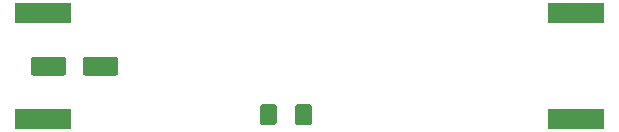
<source format=gbr>
G04 #@! TF.GenerationSoftware,KiCad,Pcbnew,(5.1.5)-3*
G04 #@! TF.CreationDate,2020-02-28T15:02:10-07:00*
G04 #@! TF.ProjectId,Straightener01,53747261-6967-4687-9465-6e657230312e,rev?*
G04 #@! TF.SameCoordinates,Original*
G04 #@! TF.FileFunction,Paste,Bot*
G04 #@! TF.FilePolarity,Positive*
%FSLAX46Y46*%
G04 Gerber Fmt 4.6, Leading zero omitted, Abs format (unit mm)*
G04 Created by KiCad (PCBNEW (5.1.5)-3) date 2020-02-28 15:02:10*
%MOMM*%
%LPD*%
G04 APERTURE LIST*
%ADD10C,0.100000*%
%ADD11R,4.720000X1.670000*%
G04 APERTURE END LIST*
D10*
G36*
X111074504Y-100001204D02*
G01*
X111098773Y-100004804D01*
X111122571Y-100010765D01*
X111145671Y-100019030D01*
X111167849Y-100029520D01*
X111188893Y-100042133D01*
X111208598Y-100056747D01*
X111226777Y-100073223D01*
X111243253Y-100091402D01*
X111257867Y-100111107D01*
X111270480Y-100132151D01*
X111280970Y-100154329D01*
X111289235Y-100177429D01*
X111295196Y-100201227D01*
X111298796Y-100225496D01*
X111300000Y-100250000D01*
X111300000Y-101350000D01*
X111298796Y-101374504D01*
X111295196Y-101398773D01*
X111289235Y-101422571D01*
X111280970Y-101445671D01*
X111270480Y-101467849D01*
X111257867Y-101488893D01*
X111243253Y-101508598D01*
X111226777Y-101526777D01*
X111208598Y-101543253D01*
X111188893Y-101557867D01*
X111167849Y-101570480D01*
X111145671Y-101580970D01*
X111122571Y-101589235D01*
X111098773Y-101595196D01*
X111074504Y-101598796D01*
X111050000Y-101600000D01*
X108550000Y-101600000D01*
X108525496Y-101598796D01*
X108501227Y-101595196D01*
X108477429Y-101589235D01*
X108454329Y-101580970D01*
X108432151Y-101570480D01*
X108411107Y-101557867D01*
X108391402Y-101543253D01*
X108373223Y-101526777D01*
X108356747Y-101508598D01*
X108342133Y-101488893D01*
X108329520Y-101467849D01*
X108319030Y-101445671D01*
X108310765Y-101422571D01*
X108304804Y-101398773D01*
X108301204Y-101374504D01*
X108300000Y-101350000D01*
X108300000Y-100250000D01*
X108301204Y-100225496D01*
X108304804Y-100201227D01*
X108310765Y-100177429D01*
X108319030Y-100154329D01*
X108329520Y-100132151D01*
X108342133Y-100111107D01*
X108356747Y-100091402D01*
X108373223Y-100073223D01*
X108391402Y-100056747D01*
X108411107Y-100042133D01*
X108432151Y-100029520D01*
X108454329Y-100019030D01*
X108477429Y-100010765D01*
X108501227Y-100004804D01*
X108525496Y-100001204D01*
X108550000Y-100000000D01*
X111050000Y-100000000D01*
X111074504Y-100001204D01*
G37*
G36*
X106674504Y-100001204D02*
G01*
X106698773Y-100004804D01*
X106722571Y-100010765D01*
X106745671Y-100019030D01*
X106767849Y-100029520D01*
X106788893Y-100042133D01*
X106808598Y-100056747D01*
X106826777Y-100073223D01*
X106843253Y-100091402D01*
X106857867Y-100111107D01*
X106870480Y-100132151D01*
X106880970Y-100154329D01*
X106889235Y-100177429D01*
X106895196Y-100201227D01*
X106898796Y-100225496D01*
X106900000Y-100250000D01*
X106900000Y-101350000D01*
X106898796Y-101374504D01*
X106895196Y-101398773D01*
X106889235Y-101422571D01*
X106880970Y-101445671D01*
X106870480Y-101467849D01*
X106857867Y-101488893D01*
X106843253Y-101508598D01*
X106826777Y-101526777D01*
X106808598Y-101543253D01*
X106788893Y-101557867D01*
X106767849Y-101570480D01*
X106745671Y-101580970D01*
X106722571Y-101589235D01*
X106698773Y-101595196D01*
X106674504Y-101598796D01*
X106650000Y-101600000D01*
X104150000Y-101600000D01*
X104125496Y-101598796D01*
X104101227Y-101595196D01*
X104077429Y-101589235D01*
X104054329Y-101580970D01*
X104032151Y-101570480D01*
X104011107Y-101557867D01*
X103991402Y-101543253D01*
X103973223Y-101526777D01*
X103956747Y-101508598D01*
X103942133Y-101488893D01*
X103929520Y-101467849D01*
X103919030Y-101445671D01*
X103910765Y-101422571D01*
X103904804Y-101398773D01*
X103901204Y-101374504D01*
X103900000Y-101350000D01*
X103900000Y-100250000D01*
X103901204Y-100225496D01*
X103904804Y-100201227D01*
X103910765Y-100177429D01*
X103919030Y-100154329D01*
X103929520Y-100132151D01*
X103942133Y-100111107D01*
X103956747Y-100091402D01*
X103973223Y-100073223D01*
X103991402Y-100056747D01*
X104011107Y-100042133D01*
X104032151Y-100029520D01*
X104054329Y-100019030D01*
X104077429Y-100010765D01*
X104101227Y-100004804D01*
X104125496Y-100001204D01*
X104150000Y-100000000D01*
X106650000Y-100000000D01*
X106674504Y-100001204D01*
G37*
G36*
X127474504Y-104026204D02*
G01*
X127498773Y-104029804D01*
X127522571Y-104035765D01*
X127545671Y-104044030D01*
X127567849Y-104054520D01*
X127588893Y-104067133D01*
X127608598Y-104081747D01*
X127626777Y-104098223D01*
X127643253Y-104116402D01*
X127657867Y-104136107D01*
X127670480Y-104157151D01*
X127680970Y-104179329D01*
X127689235Y-104202429D01*
X127695196Y-104226227D01*
X127698796Y-104250496D01*
X127700000Y-104275000D01*
X127700000Y-105525000D01*
X127698796Y-105549504D01*
X127695196Y-105573773D01*
X127689235Y-105597571D01*
X127680970Y-105620671D01*
X127670480Y-105642849D01*
X127657867Y-105663893D01*
X127643253Y-105683598D01*
X127626777Y-105701777D01*
X127608598Y-105718253D01*
X127588893Y-105732867D01*
X127567849Y-105745480D01*
X127545671Y-105755970D01*
X127522571Y-105764235D01*
X127498773Y-105770196D01*
X127474504Y-105773796D01*
X127450000Y-105775000D01*
X126525000Y-105775000D01*
X126500496Y-105773796D01*
X126476227Y-105770196D01*
X126452429Y-105764235D01*
X126429329Y-105755970D01*
X126407151Y-105745480D01*
X126386107Y-105732867D01*
X126366402Y-105718253D01*
X126348223Y-105701777D01*
X126331747Y-105683598D01*
X126317133Y-105663893D01*
X126304520Y-105642849D01*
X126294030Y-105620671D01*
X126285765Y-105597571D01*
X126279804Y-105573773D01*
X126276204Y-105549504D01*
X126275000Y-105525000D01*
X126275000Y-104275000D01*
X126276204Y-104250496D01*
X126279804Y-104226227D01*
X126285765Y-104202429D01*
X126294030Y-104179329D01*
X126304520Y-104157151D01*
X126317133Y-104136107D01*
X126331747Y-104116402D01*
X126348223Y-104098223D01*
X126366402Y-104081747D01*
X126386107Y-104067133D01*
X126407151Y-104054520D01*
X126429329Y-104044030D01*
X126452429Y-104035765D01*
X126476227Y-104029804D01*
X126500496Y-104026204D01*
X126525000Y-104025000D01*
X127450000Y-104025000D01*
X127474504Y-104026204D01*
G37*
G36*
X124499504Y-104026204D02*
G01*
X124523773Y-104029804D01*
X124547571Y-104035765D01*
X124570671Y-104044030D01*
X124592849Y-104054520D01*
X124613893Y-104067133D01*
X124633598Y-104081747D01*
X124651777Y-104098223D01*
X124668253Y-104116402D01*
X124682867Y-104136107D01*
X124695480Y-104157151D01*
X124705970Y-104179329D01*
X124714235Y-104202429D01*
X124720196Y-104226227D01*
X124723796Y-104250496D01*
X124725000Y-104275000D01*
X124725000Y-105525000D01*
X124723796Y-105549504D01*
X124720196Y-105573773D01*
X124714235Y-105597571D01*
X124705970Y-105620671D01*
X124695480Y-105642849D01*
X124682867Y-105663893D01*
X124668253Y-105683598D01*
X124651777Y-105701777D01*
X124633598Y-105718253D01*
X124613893Y-105732867D01*
X124592849Y-105745480D01*
X124570671Y-105755970D01*
X124547571Y-105764235D01*
X124523773Y-105770196D01*
X124499504Y-105773796D01*
X124475000Y-105775000D01*
X123550000Y-105775000D01*
X123525496Y-105773796D01*
X123501227Y-105770196D01*
X123477429Y-105764235D01*
X123454329Y-105755970D01*
X123432151Y-105745480D01*
X123411107Y-105732867D01*
X123391402Y-105718253D01*
X123373223Y-105701777D01*
X123356747Y-105683598D01*
X123342133Y-105663893D01*
X123329520Y-105642849D01*
X123319030Y-105620671D01*
X123310765Y-105597571D01*
X123304804Y-105573773D01*
X123301204Y-105549504D01*
X123300000Y-105525000D01*
X123300000Y-104275000D01*
X123301204Y-104250496D01*
X123304804Y-104226227D01*
X123310765Y-104202429D01*
X123319030Y-104179329D01*
X123329520Y-104157151D01*
X123342133Y-104136107D01*
X123356747Y-104116402D01*
X123373223Y-104098223D01*
X123391402Y-104081747D01*
X123411107Y-104067133D01*
X123432151Y-104054520D01*
X123454329Y-104044030D01*
X123477429Y-104035765D01*
X123501227Y-104029804D01*
X123525496Y-104026204D01*
X123550000Y-104025000D01*
X124475000Y-104025000D01*
X124499504Y-104026204D01*
G37*
D11*
X104900000Y-105275000D03*
X104900000Y-96325000D03*
X150100000Y-105275000D03*
X150100000Y-96325000D03*
M02*

</source>
